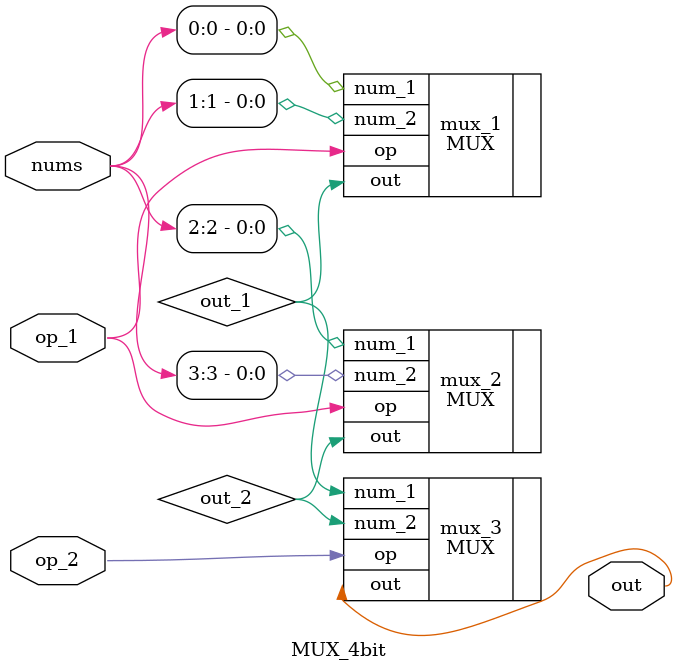
<source format=v>
`include "MUX.v"

module MUX_4bit(	
	input wire [3:0] nums,
	input wire op_1,
	input wire op_2,
	output out
); 

wire out_1;
wire out_2;

MUX mux_1(
	.num_1(nums[0]),
	.num_2(nums[1]),
	.op(op_1),
	.out(out_1)
);

MUX mux_2(
	.num_1(nums[2]),
	.num_2(nums[3]),
	.op(op_1),
	.out(out_2)
);

MUX mux_3(
	.num_1(out_1),
	.num_2(out_2),
	.op(op_2),
	.out(out)
);

endmodule

</source>
